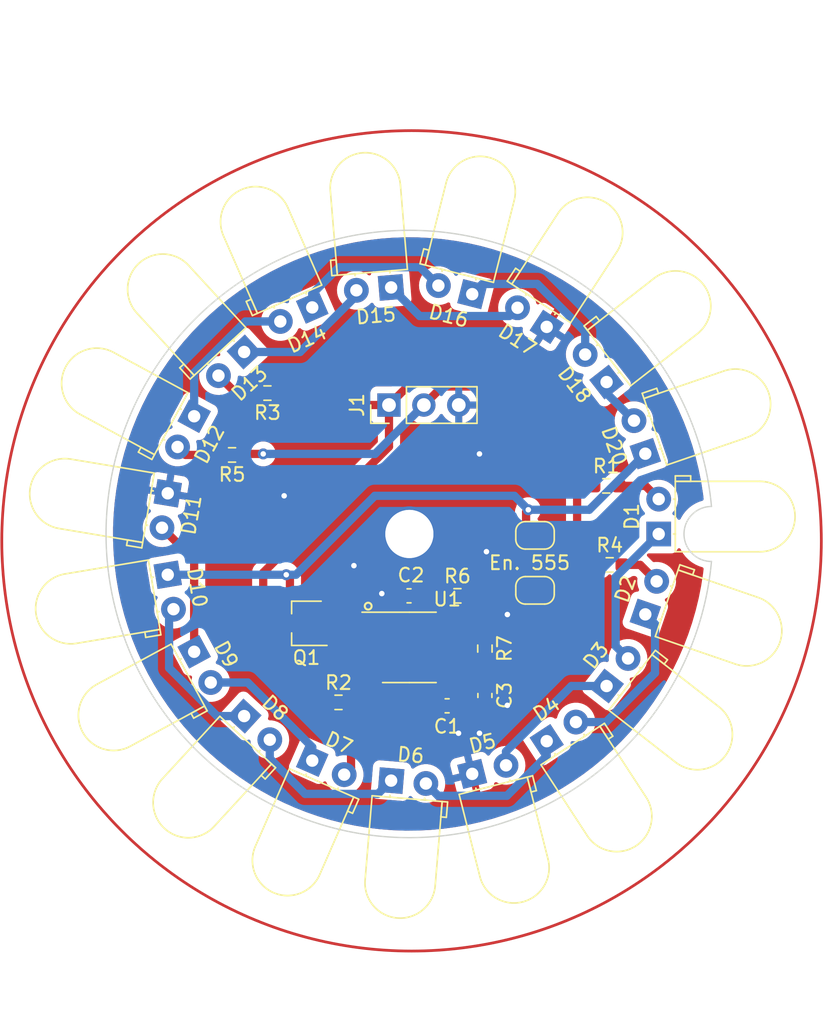
<source format=kicad_pcb>
(kicad_pcb (version 20211014) (generator pcbnew)

  (general
    (thickness 1.6)
  )

  (paper "A4")
  (layers
    (0 "F.Cu" signal)
    (31 "B.Cu" signal)
    (32 "B.Adhes" user "B.Adhesive")
    (33 "F.Adhes" user "F.Adhesive")
    (34 "B.Paste" user)
    (35 "F.Paste" user)
    (36 "B.SilkS" user "B.Silkscreen")
    (37 "F.SilkS" user "F.Silkscreen")
    (38 "B.Mask" user)
    (39 "F.Mask" user)
    (40 "Dwgs.User" user "User.Drawings")
    (41 "Cmts.User" user "User.Comments")
    (42 "Eco1.User" user "User.Eco1")
    (43 "Eco2.User" user "User.Eco2")
    (44 "Edge.Cuts" user)
    (45 "Margin" user)
    (46 "B.CrtYd" user "B.Courtyard")
    (47 "F.CrtYd" user "F.Courtyard")
    (48 "B.Fab" user)
    (49 "F.Fab" user)
    (50 "User.1" user)
    (51 "User.2" user)
    (52 "User.3" user)
    (53 "User.4" user)
    (54 "User.5" user)
    (55 "User.6" user)
    (56 "User.7" user)
    (57 "User.8" user)
    (58 "User.9" user)
  )

  (setup
    (stackup
      (layer "F.SilkS" (type "Top Silk Screen"))
      (layer "F.Paste" (type "Top Solder Paste"))
      (layer "F.Mask" (type "Top Solder Mask") (thickness 0.01))
      (layer "F.Cu" (type "copper") (thickness 0.035))
      (layer "dielectric 1" (type "core") (thickness 1.51) (material "FR4") (epsilon_r 4.5) (loss_tangent 0.02))
      (layer "B.Cu" (type "copper") (thickness 0.035))
      (layer "B.Mask" (type "Bottom Solder Mask") (thickness 0.01))
      (layer "B.Paste" (type "Bottom Solder Paste"))
      (layer "B.SilkS" (type "Bottom Silk Screen"))
      (copper_finish "None")
      (dielectric_constraints no)
    )
    (pad_to_mask_clearance 0)
    (pcbplotparams
      (layerselection 0x00010fc_ffffffff)
      (disableapertmacros false)
      (usegerberextensions false)
      (usegerberattributes true)
      (usegerberadvancedattributes true)
      (creategerberjobfile true)
      (svguseinch false)
      (svgprecision 6)
      (excludeedgelayer true)
      (plotframeref false)
      (viasonmask false)
      (mode 1)
      (useauxorigin false)
      (hpglpennumber 1)
      (hpglpenspeed 20)
      (hpglpendiameter 15.000000)
      (dxfpolygonmode true)
      (dxfimperialunits true)
      (dxfusepcbnewfont true)
      (psnegative false)
      (psa4output false)
      (plotreference true)
      (plotvalue true)
      (plotinvisibletext false)
      (sketchpadsonfab false)
      (subtractmaskfromsilk false)
      (outputformat 1)
      (mirror false)
      (drillshape 1)
      (scaleselection 1)
      (outputdirectory "")
    )
  )

  (net 0 "")
  (net 1 "Net-(D1-Pad1)")
  (net 2 "Net-(D1-Pad2)")
  (net 3 "Net-(D2-Pad1)")
  (net 4 "GND")
  (net 5 "Net-(D4-Pad1)")
  (net 6 "Net-(D2-Pad2)")
  (net 7 "Net-(D3-Pad1)")
  (net 8 "Net-(D7-Pad1)")
  (net 9 "Net-(D7-Pad2)")
  (net 10 "Net-(D6-Pad1)")
  (net 11 "Net-(D12-Pad1)")
  (net 12 "Net-(D12-Pad2)")
  (net 13 "Net-(D13-Pad1)")
  (net 14 "Net-(D13-Pad2)")
  (net 15 "Net-(D16-Pad1)")
  (net 16 "Net-(D14-Pad1)")
  (net 17 "Net-(D15-Pad1)")
  (net 18 "Net-(D18-Pad1)")
  (net 19 "Net-(D10-Pad2)")
  (net 20 "RED-")
  (net 21 "Net-(D11-Pad2)")
  (net 22 "/TRIG")
  (net 23 "Net-(C1-Pad1)")
  (net 24 "RED")
  (net 25 "GREEN")
  (net 26 "Net-(Q1-Pad1)")
  (net 27 "RED-OSZ")
  (net 28 "Net-(R6-Pad2)")

  (footprint "LED_THT:LED_D5.0mm_Horizontal_O1.27mm_Z3.0mm_Clear" (layer "F.Cu") (at 47.402247 77.540835 -99.47368421))

  (footprint "Package_TO_SOT_SMD:SOT-23W" (layer "F.Cu") (at 57.5 87 180))

  (footprint "LED_THT:LED_D5.0mm_Horizontal_O1.27mm_Z3.0mm_Clear" (layer "F.Cu") (at 69.575488 97.952741 14.21052632))

  (footprint "Resistor_SMD:R_0603_1608Metric_Pad0.98x0.95mm_HandSolder" (layer "F.Cu") (at 52.0875 74.75 180))

  (footprint "Resistor_SMD:R_0603_1608Metric_Pad0.98x0.95mm_HandSolder" (layer "F.Cu") (at 79.5875 82.75))

  (footprint "LED_THT:LED_D5.0mm_Horizontal_O1.27mm_Z3.0mm_Clear" (layer "F.Cu") (at 57.926233 96.987456 -23.68421053))

  (footprint "LED_THT:LED_D5.0mm_Horizontal_O1.27mm_Z3.0mm_Clear" (layer "F.Cu") (at 83.15675 80.503537 90))

  (footprint "LED_THT:LED_D5.0mm_Horizontal_O1.27mm_Z3.0mm_Clear" (layer "F.Cu") (at 63.670322 98.442057 -4.736842105))

  (footprint "LED_THT:LED_D5.0mm_Horizontal_O1.27mm_Z3.0mm_Clear" (layer "F.Cu") (at 57.926233 64.019618 -156.3157895))

  (footprint "LED_THT:LED_D5.0mm_Horizontal_O1.27mm_Z3.0mm_Clear" (layer "F.Cu") (at 49.326223 89.07059 -61.57894737))

  (footprint "Resistor_SMD:R_0603_1608Metric_Pad0.98x0.95mm_HandSolder" (layer "F.Cu") (at 79.3375 77))

  (footprint "Capacitor_SMD:C_0603_1608Metric" (layer "F.Cu") (at 67.75 93))

  (footprint "LED_THT:LED_D5.0mm_Horizontal_O1.27mm_Z3.0mm_Clear" (layer "F.Cu") (at 49.326223 71.936484 -118.4210526))

  (footprint "Connector_PinHeader_2.54mm:PinHeader_1x03_P2.54mm_Vertical" (layer "F.Cu") (at 63.515 71.12 90))

  (footprint "Package_SO:SOIC-8_3.9x4.9mm_P1.27mm" (layer "F.Cu") (at 65 88.75))

  (footprint "LED_THT:LED_D5.0mm_Horizontal_O1.27mm_Z3.0mm_Clear" (layer "F.Cu") (at 47.402247 83.466239 -80.52631579))

  (footprint "LED_THT:LED_D5.0mm_Horizontal_O1.27mm_Z3.0mm_Clear" (layer "F.Cu") (at 75.001816 95.572533 33.15789474))

  (footprint "LED_THT:LED_D5.0mm_Horizontal_O1.27mm_Z3.0mm_Clear" (layer "F.Cu") (at 82.18146 74.658947 108.9473684))

  (footprint "Jumper:SolderJumper-2_P1.3mm_Open_RoundedPad1.0x1.5mm" (layer "F.Cu") (at 74.15 80.6))

  (footprint "Capacitor_SMD:C_0603_1608Metric" (layer "F.Cu") (at 70.5 92.25 -90))

  (footprint "LED_THT:LED_D5.0mm_Horizontal_O1.27mm_Z3.0mm_Clear" (layer "F.Cu") (at 63.670322 62.565017 -175.2631579))

  (footprint "LED_THT:LED_D5.0mm_Horizontal_O1.27mm_Z3.0mm_Clear" (layer "F.Cu") (at 82.18146 86.348127 71.05263158))

  (footprint "LED_THT:LED_D5.0mm_Horizontal_O1.27mm_Z3.0mm_Clear" (layer "F.Cu") (at 75.001816 65.434541 146.8421053))

  (footprint "LED_THT:LED_D5.0mm_Horizontal_O1.27mm_Z3.0mm_Clear" (layer "F.Cu") (at 52.965682 67.260507 -137.3684211))

  (footprint "Resistor_SMD:R_0603_1608Metric_Pad0.98x0.95mm_HandSolder" (layer "F.Cu") (at 54.6625 70.25 180))

  (footprint "LED_THT:LED_D5.0mm_Horizontal_O1.27mm_Z3.0mm_Clear" (layer "F.Cu") (at 52.965682 93.746567 -42.63157895))

  (footprint "Resistor_SMD:R_0603_1608Metric_Pad0.98x0.95mm_HandSolder" (layer "F.Cu") (at 59.8375 92.75))

  (footprint "LED_THT:LED_D5.0mm_Horizontal_O1.27mm_Z3.0mm_Clear" (layer "F.Cu") (at 79.361279 91.559365 52.10526316))

  (footprint "Resistor_SMD:R_0603_1608Metric_Pad0.98x0.95mm_HandSolder" (layer "F.Cu") (at 70.5 88.8375 -90))

  (footprint "LED_THT:LED_D5.0mm_Horizontal_O1.27mm_Z3.0mm_Clear" (layer "F.Cu") (at 69.575488 63.054333 165.7894737))

  (footprint "Jumper:SolderJumper-2_P1.3mm_Open_RoundedPad1.0x1.5mm" (layer "F.Cu") (at 74.15 84.6))

  (footprint "LED_THT:LED_D5.0mm_Horizontal_O1.27mm_Z3.0mm_Clear" (layer "F.Cu") (at 79.361279 69.447709 127.8947368))

  (footprint "Resistor_SMD:R_0603_1608Metric_Pad0.98x0.95mm_HandSolder" (layer "F.Cu") (at 68.5 85))

  (footprint "Capacitor_SMD:C_0603_1608Metric" (layer "F.Cu") (at 64.975 85 180))

  (gr_circle (center 65.158754 81) (end 90.658754 96.5) (layer "F.Cu") (width 0.2) (fill none) (tstamp 85380c7a-41ce-4c7b-8e58-2b2f38b038e7))
  (gr_circle (center 62 85.75) (end 61.75 85.75) (layer "F.SilkS") (width 0.15) (fill none) (tstamp 35671dd1-866a-4112-8201-918e6cdcf981))
  (gr_arc (start 86.999999 82.5) (mid 42.909279 80.5) (end 86.999999 78.5) (layer "Edge.Cuts") (width 0.1) (tstamp 0dfe694b-d5bb-4c8c-a93b-0cd8504a5980))
  (gr_arc (start 86.999999 82.5) (mid 85.005673 80.5) (end 87 78.5) (layer "Edge.Cuts") (width 0.1) (tstamp fa21435d-d00b-483a-8008-abf4b6f530bd))
  (gr_text "En. 555" (at 73.75 82.6) (layer "F.SilkS") (tstamp 1fdf5d96-dbe7-4595-af45-937c676b5a27)
    (effects (font (size 1 1) (thickness 0.15)))
  )
  (gr_text "Short 555" (at 74.15 78.6) (layer "Eco2.User") (tstamp 083258f4-dcc3-41d2-b867-fc35ce244491)
    (effects (font (size 1 1) (thickness 0.15)))
  )

  (segment (start 80.021379 83.638908) (end 80.021379 88.654948) (width 0.6) (layer "B.Cu") (net 1) (tstamp 566e7cdc-9b80-4b07-8ff6-18e5d0a8cb91))
  (segment (start 83.15675 80.503537) (end 80.021379 83.638908) (width 0.6) (layer "B.Cu") (net 1) (tstamp cfd39bb5-da19-43df-959c-be89764029fa))
  (segment (start 80.021379 88.654948) (end 80.921379 89.554948) (width 0.6) (layer "B.Cu") (net 1) (tstamp f55f6137-04bf-44f3-85cc-de93496d189f))
  (segment (start 82.193213 77) (end 83.15675 77.963537) (width 0.6) (layer "F.Cu") (net 2) (tstamp 221bdc65-6ed2-411b-8624-bba2ba2c9c37))
  (segment (start 80.25 77) (end 82.193213 77) (width 0.6) (layer "F.Cu") (net 2) (tstamp 43166049-b3ec-497b-ab27-6b6271354200))
  (segment (start 79.316715 94.183285) (end 77.128219 94.183285) (width 0.6) (layer "B.Cu") (net 3) (tstamp 13bba885-44ee-4904-9dd0-888f84580949))
  (segment (start 82.889833 87.0565) (end 82.889833 90.610167) (width 0.6) (layer "B.Cu") (net 3) (tstamp b92c386f-1efd-49b5-8d20-f863b5fbc99c))
  (segment (start 82.18146 86.348127) (end 82.889833 87.0565) (width 0.6) (layer "B.Cu") (net 3) (tstamp d37a5b57-2cf1-496c-9e9e-2b15eca8fb00))
  (segment (start 82.889833 90.610167) (end 79.316715 94.183285) (width 0.6) (layer "B.Cu") (net 3) (tstamp e4ec291b-4dc5-4f0e-b6ec-94b6ca9b3b1e))
  (via (at 70.104 74.676) (size 0.8) (drill 0.4) (layers "F.Cu" "B.Cu") (free) (net 4) (tstamp 0bd8e285-40f4-4f6d-9b64-c838f97a5abe))
  (via (at 68.58 94.996) (size 0.8) (drill 0.4) (layers "F.Cu" "B.Cu") (free) (net 4) (tstamp 2a0b2404-31a0-42b1-a019-6f20b48346bb))
  (via (at 72.136 86.36) (size 0.8) (drill 0.4) (layers "F.Cu" "B.Cu") (free) (net 4) (tstamp 3345ec8a-dc59-4aa7-b892-f44bc31e354c))
  (via (at 65 80.5) (size 4) (drill 3.5) (layers "F.Cu" "B.Cu") (free) (net 4) (tstamp 3ada8dff-23e3-4710-b538-b6a33b9f001c))
  (via (at 60.96 82.804) (size 0.8) (drill 0.4) (layers "F.Cu" "B.Cu") (free) (net 4) (tstamp 44e91370-bf1f-4df0-9e64-0eb8e6c5a972))
  (via (at 70.104 94.996) (size 0.8) (drill 0.4) (layers "F.Cu" "B.Cu") (free) (net 4) (tstamp 6d526162-b450-472e-86a9-57dce2310823))
  (via (at 55.88 77.724) (size 0.8) (drill 0.4) (layers "F.Cu" "B.Cu") (free) (net 4) (tstamp 75e38edc-685e-4ddf-b2dd-521b4a917135))
  (via (at 72.136 92.964) (size 0.8) (drill 0.4) (layers "F.Cu" "B.Cu") (free) (net 4) (tstamp 9dadba3e-ea04-4155-b5da-874ee7a9dbc2))
  (via (at 65 80.5) (size 4) (drill 3.5) (layers "F.Cu" "B.Cu") (free) (net 4) (tstamp c594af4f-2605-4bd2-8ad2-9fee546e35b0))
  (via (at 62.992 84.836) (size 0.8) (drill 0.4) (layers "F.Cu" "B.Cu") (free) (net 4) (tstamp de830eff-6581-4518-b574-02c22d623a0f))
  (via (at 70.612 81.788) (size 0.8) (drill 0.4) (layers "F.Cu" "B.Cu") (free) (net 4) (tstamp f7e12db2-4f87-4551-8013-7c24559bf25b))
  (segment (start 75.001816 95.572533) (end 75.001816 96.647588) (width 0.6) (layer "B.Cu") (net 5) (tstamp 146fefc7-5701-4e76-891a-f9cc36d99c84))
  (segment (start 75.001816 96.647588) (end 72.103746 99.545658) (width 0.6) (layer "B.Cu") (net 5) (tstamp 20a736b6-a856-4dca-98f9-46b7f9b9d47a))
  (segment (start 72.103746 99.545658) (end 67.095496 99.545658) (width 0.6) (layer "B.Cu") (net 5) (tstamp acf53a8f-127e-463d-b584-e67cf8c3ded5))
  (segment (start 67.095496 99.545658) (end 66.201647 98.651809) (width 0.6) (layer "B.Cu") (net 5) (tstamp ecb4000a-83b8-4daf-8c54-f70ed2ee88bc))
  (segment (start 80.5 82.75) (end 81.810446 82.75) (width 0.6) (layer "F.Cu") (net 6) (tstamp d3f3ef57-924c-43e3-870c-c63d8cd444b2))
  (segment (start 81.810446 82.75) (end 83.006197 83.945751) (width 0.6) (layer "F.Cu") (net 6) (tstamp d72816bf-c0a6-430c-a634-add564d9aaf5))
  (segment (start 72.037765 96.323258) (end 72.037765 97.329208) (width 0.6) (layer "B.Cu") (net 7) (tstamp 46a147dc-f701-4565-9230-e2eb07948c2f))
  (segment (start 79.361279 91.559365) (end 76.801658 91.559365) (width 0.6) (layer "B.Cu") (net 7) (tstamp 8555a4a0-3187-4478-ba74-a91c8f72c444))
  (segment (start 76.801658 91.559365) (end 72.037765 96.323258) (width 0.6) (layer "B.Cu") (net 7) (tstamp b6bb00e7-f933-4979-bc97-009b21f90b09))
  (segment (start 57.926233 96.00468) (end 53.226006 91.304453) (width 0.6) (layer "B.Cu") (net 8) (tstamp 4f6f5c88-f168-42b4-b67e-0176f81754e8))
  (segment (start 53.226006 91.304453) (end 50.535129 91.304453) (width 0.6) (layer "B.Cu") (net 8) (tstamp 7f41afcc-4b2f-4fa3-9b1f-967170ea7d2b))
  (segment (start 57.926233 96.987456) (end 57.926233 96.00468) (width 0.6) (layer "B.Cu") (net 8) (tstamp bce9a23c-92f3-469b-938e-48f89655ab24))
  (segment (start 60.75 97.510059) (end 60.252297 98.007762) (width 0.6) (layer "F.Cu") (net 9) (tstamp 33970201-92a7-4cbf-a722-2aa43c4aa307))
  (segment (start 60.75 92.75) (end 60.75 97.510059) (width 0.6) (layer "F.Cu") (net 9) (tstamp 6c3206b4-968c-4494-a380-10242a61cd1e))
  (segment (start 62.705106 99.407273) (end 57.407273 99.407273) (width 0.6) (layer "B.Cu") (net 10) (tstamp 0a6c5fd2-29dc-4bad-9949-d73de127f931))
  (segment (start 57.407273 99.407273) (end 54.834421 96.834421) (width 0.6) (layer "B.Cu") (net 10) (tstamp 3ce703fd-d5a5-4724-b833-0934466fe644))
  (segment (start 63.670322 98.442057) (end 62.705106 99.407273) (width 0.6) (layer "B.Cu") (net 10) (tstamp 470c8880-86e0-493b-b41d-fe4402432b10))
  (segment (start 54.834421 96.834421) (end 54.834421 95.466862) (width 0.6) (layer "B.Cu") (net 10) (tstamp 657389e9-cbba-4946-9300-336058bae766))
  (segment (start 49.326223 68.772313) (end 53.058612 65.039924) (width 0.6) (layer "B.Cu") (net 11) (tstamp cc8a6b51-5d91-4aa9-8e42-9d9bdd57af85))
  (segment (start 49.326223 71.936484) (end 49.326223 68.772313) (width 0.6) (layer "B.Cu") (net 11) (tstamp cd1e3465-49ee-4579-b572-abc06643be68))
  (segment (start 53.058612 65.039924) (end 55.600169 65.039924) (width 0.6) (layer "B.Cu") (net 11) (tstamp d71e53d9-6e57-4eb1-95d0-ab357f007c0f))
  (segment (start 51.175 74.75) (end 48.69697 74.75) (width 0.6) (layer "F.Cu") (net 12) (tstamp a84d27f3-ba14-456a-9e14-933973040943))
  (segment (start 48.69697 74.75) (end 48.117317 74.170347) (width 0.6) (layer "F.Cu") (net 12) (tstamp e22b470d-3944-423a-8c77-c66f25c84bb5))
  (segment (start 57.040164 67.260507) (end 61.138997 63.161674) (width 0.6) (layer "B.Cu") (net 13) (tstamp 26de7d73-cce7-48a9-92eb-144cea485fd8))
  (segment (start 61.138997 63.161674) (end 61.138997 62.774769) (width 0.6) (layer "B.Cu") (net 13) (tstamp 453921ba-7516-4580-a9aa-e10c5a152443))
  (segment (start 52.965682 67.260507) (end 57.040164 67.260507) (width 0.6) (layer "B.Cu") (net 13) (tstamp c63a0129-b3f2-4dd4-9de0-52d75edc0b7d))
  (segment (start 52.366141 70.25) (end 51.096943 68.980802) (width 0.6) (layer "F.Cu") (net 14) (tstamp acaf658b-5317-4061-9b08-387b5b352571))
  (segment (start 53.75 70.25) (end 52.366141 70.25) (width 0.6) (layer "F.Cu") (net 14) (tstamp f5e2c7e6-a050-4bc5-9546-a94a1a7bd43f))
  (segment (start 69.575488 63.054333) (end 70.316298 62.313523) (width 0.6) (layer "B.Cu") (net 15) (tstamp 39d3fff7-5e41-494d-87eb-d5112ac99852))
  (segment (start 77.801179 65.801179) (end 77.801179 67.443292) (width 0.6) (layer "B.Cu") (net 15) (tstamp 9f9d45b7-f65c-448c-b877-175e614d79c0))
  (segment (start 70.316298 62.313523) (end 74.313523 62.313523) (width 0.6) (layer "B.Cu") (net 15) (tstamp b8ad8768-662b-43ed-b3ca-6ce89e928ce0))
  (segment (start 74.313523 62.313523) (end 77.801179 65.801179) (width 0.6) (layer "B.Cu") (net 15) (tstamp eaf00e5a-0ea6-4026-a8ee-d81a968c4e1f))
  (segment (start 57.926233 64.019618) (end 57.926233 63.036842) (width 0.6) (layer "B.Cu") (net 16) (tstamp c5de4cc1-37b6-4891-8fda-ca7d9274d944))
  (segment (start 65.776661 61.09425) (end 67.113211 62.4308) (width 0.6) (layer "B.Cu") (net 16) (tstamp dc98fc0a-bd7a-4d4c-906a-d6f2e358f976))
  (segment (start 59.868825 61.09425) (end 65.776661 61.09425) (width 0.6) (layer "B.Cu") (net 16) (tstamp dcba8bd3-2a00-4c4b-8c24-ad77a6d01af8))
  (segment (start 57.926233 63.036842) (end 59.868825 61.09425) (width 0.6) (layer "B.Cu") (net 16) (tstamp ff9083bd-2893-403a-8a58-1fc1c1ea7f84))
  (segment (start 65.752555 64.64725) (end 72.273456 64.64725) (width 0.6) (layer "B.Cu") (net 17) (tstamp 17349a75-4f4c-46d3-94fd-da365a8d2328))
  (segment (start 63.670322 62.565017) (end 65.752555 64.64725) (width 0.6) (layer "B.Cu") (net 17) (tstamp 940f8943-3da7-4fa2-97a1-361f54cde38e))
  (segment (start 72.273456 64.64725) (end 72.875413 64.045293) (width 0.6) (layer "B.Cu") (net 17) (tstamp a203c23e-1ac3-4e63-90b0-d8f0753d053c))
  (segment (start 79.361279 70.261127) (end 81.356723 72.256571) (width 0.6) (layer "B.Cu") (net 18) (tstamp 48b8ec73-6ed7-48c6-a7b4-b3906c94a5c1))
  (segment (start 79.361279 69.447709) (end 79.361279 70.261127) (width 0.6) (layer "B.Cu") (net 18) (tstamp 547a720c-4b59-44eb-be5c-a68053efc8e1))
  (segment (start 47.5 86.291914) (end 47.820317 85.971597) (width 0.6) (layer "B.Cu") (net 19) (tstamp 75d26b85-1e04-4654-8d93-608c30328cab))
  (segment (start 50.998034 93.746567) (end 47.5 90.248533) (width 0.6) (layer "B.Cu") (net 19) (tstamp afa4518e-0b05-4655-ad8b-90900e18fe98))
  (segment (start 47.5 90.248533) (end 47.5 86.291914) (width 0.6) (layer "B.Cu") (net 19) (tstamp b1544e01-dbc3-42a9-adb7-2df73cca25ce))
  (segment (start 52.965682 93.746567) (end 50.998034 93.746567) (width 0.6) (layer "B.Cu") (net 19) (tstamp e6089b6c-a9b7-4da5-807e-67876d14730c))
  (segment (start 73.5 78.9) (end 73.66 78.74) (width 0.6) (layer "F.Cu") (net 20) (tstamp 4a666565-21df-4153-8822-15962b6b1b24))
  (segment (start 73.5 80.6) (end 73.5 78.9) (width 0.6) (layer "F.Cu") (net 20) (tstamp c786e977-7305-465e-9b63-968e4d27db3f))
  (segment (start 56.3 83.732) (end 56.034239 83.466239) (width 0.6) (layer "F.Cu") (net 20) (tstamp ca68baa9-8d9e-4af0-b1cc-9d9fdf070771))
  (segment (start 56.3 87) (end 56.3 83.732) (width 0.6) (layer "F.Cu") (net 20) (tstamp dc9f4861-a7b9-483a-8efe-d83b46ec529e))
  (via (at 56.034239 83.466239) (size 0.8) (drill 0.4) (layers "F.Cu" "B.Cu") (net 20) (tstamp 872893b7-d640-43de-92d7-86aff9e5a58a))
  (via (at 73.66 78.74) (size 0.8) (drill 0.4) (layers "F.Cu" "B.Cu") (net 20) (tstamp 987f0bd7-7b14-4571-8926-3fb01fef165e))
  (segment (start 47.402247 83.466239) (end 56.034239 83.466239) (width 0.6) (layer "B.Cu") (net 20) (tstamp 2044cc0b-069b-44c3-bcb3-f0a2d86e1eea))
  (segment (start 56.034239 83.466239) (end 56.741761 83.466239) (width 0.6) (layer "B.Cu") (net 20) (tstamp 5441950f-5174-4ed2-872b-3f45af81c714))
  (segment (start 82.18146 74.658947) (end 78.100407 78.74) (width 0.6) (layer "B.Cu") (net 20) (tstamp 6a657b61-f1de-4c00-bf60-618db3beed02))
  (segment (start 56.741761 83.466239) (end 62.484 77.724) (width 0.6) (layer "B.Cu") (net 20) (tstamp 77f225a6-84b5-4731-8d69-b569888ed7e8))
  (segment (start 78.100407 78.74) (end 73.66 78.74) (width 0.6) (layer "B.Cu") (net 20) (tstamp 979e7dc1-d53c-45eb-90c5-e82606942ae8))
  (segment (start 72.644 77.724) (end 73.66 78.74) (width 0.6) (layer "B.Cu") (net 20) (tstamp a4d862a4-6897-4da3-b945-294834e2e176))
  (segment (start 62.484 77.724) (end 72.644 77.724) (width 0.6) (layer "B.Cu") (net 20) (tstamp dff8d45b-e2a4-480d-8b29-8d8f56c99155))
  (segment (start 49.326223 82.388239) (end 49.326223 89.07059) (width 0.6) (layer "F.Cu") (net 21) (tstamp 82c4ef39-0c5b-48cb-b35f-f2b3b9023a61))
  (segment (start 46.984177 80.046193) (end 49.326223 82.388239) (width 0.6) (layer "F.Cu") (net 21) (tstamp 8f64c2e9-8e01-4794-938c-95ab2dd84a7d))
  (segment (start 70.135 89.385) (end 67.475 89.385) (width 0.25) (layer "F.Cu") (net 22) (tstamp 0555e2fb-7f8b-4b2a-a1e7-dcb0e65a503a))
  (segment (start 61.25048 90.133519) (end 61.399479 89.98452) (width 0.2) (layer "F.Cu") (net 22) (tstamp 0ae99593-7650-4a25-9de2-03814e5b18c6))
  (segment (start 67.475 89.385) (end 65.405717 89.385) (width 0.2) (layer "F.Cu") (net 22) (tstamp 45389e14-2451-4ed6-a778-077654028db2))
  (segment (start 65.405717 89.385) (end 63.536197 91.25452) (width 0.2) (layer "F.Cu") (net 22) (tstamp 50d7bb69-65fb-4ba7-9b22-20ec2b538cba))
  (segment (start 61.399479 89.98452) (end 63.536197 89.98452) (width 0.2) (layer "F.Cu") (net 22) (tstamp 5c2ca297-6803-4592-bbf3-594b5c2b8cdb))
  (segment (start 64.008 89.512717) (end 64.008 89.257283) (width 0.2) (layer "F.Cu") (net 22) (tstamp 63a177c8-3aba-4aa1-bc63-35430f130504))
  (segment (start 62.865717 88.115) (end 62.525 88.115) (width 0.2) (layer "F.Cu") (net 22) (tstamp 79b087df-9ef8-477e-8951-477c9c367320))
  (segment (start 61.513803 91.25452) (end 61.25048 90.991197) (width 0.2) (layer "F.Cu") (net 22) (tstamp 81a33a35-3519-4444-bf16-0e00c9ba0141))
  (segment (start 64.008 89.257283) (end 62.865717 88.115) (width 0.2) (layer "F.Cu") (net 22) (tstamp 9c5b5c15-8d2f-4851-92ea-e529e43f5212))
  (segment (start 70.5 91.475) (end 70.5 89.75) (width 0.25) (layer "F.Cu") (net 22) (tstamp b42afc0c-41d1-4ff1-ba88-2b72afb8e11d))
  (segment (start 63.536197 91.25452) (end 61.513803 91.25452) (width 0.2) (layer "F.Cu") (net 22) (tstamp c1d71183-d1b5-4134-a70a-51ef8506ad6b))
  (segment (start 61.25048 90.991197) (end 61.25048 90.133519) (width 0.2) (layer "F.Cu") (net 22) (tstamp f7e5e016-e989-4803-aa41-84ec0d5c0c32))
  (segment (start 63.536197 89.98452) (end 64.008 89.512717) (width 0.2) (layer "F.Cu") (net 22) (tstamp f809d5f5-a6ca-4abd-b9d1-56e4d0380b1e))
  (segment (start 70.5 89.75) (end 70.135 89.385) (width 0.25) (layer "F.Cu") (net 22) (tstamp f8fb7e00-a4a9-4303-aa32-15165703edd0))
  (segment (start 67.475 92.5) (end 66.975 93) (width 0.25) (layer "F.Cu") (net 23) (tstamp a5d755fb-e93a-4cca-9a23-d04dd5a99c2d))
  (segment (start 67.475 90.655) (end 67.475 92.5) (width 0.25) (layer "F.Cu") (net 23) (tstamp deaa8b1f-fc6c-4023-b2dc-32cf0bc4f383))
  (segment (start 67.404511 69.770489) (end 70.786489 69.770489) (width 0.6) (layer "F.Cu") (net 24) (tstamp 0095d990-9d2c-401c-9e75-83af1b5106b2))
  (segment (start 54.356 74.676) (end 53.074 74.676) (width 0.6) (layer "F.Cu") (net 24) (tstamp 3632fdce-08c8-42e5-b9d6-4604f78cc098))
  (segment (start 70.786489 69.770489) (end 77.216 76.2) (width 0.6) (layer "F.Cu") (net 24) (tstamp 3c728d20-a72d-4060-b1e7-55ac6c02cbd2))
  (segment (start 77.216 76.2) (end 77.216 82.184) (width 0.6) (layer "F.Cu") (net 24) (tstamp 3f2cd69f-d41d-40a7-b230-fab5b69bb206))
  (segment (start 76.825 84.6) (end 78.675 82.75) (width 0.6) (layer "F.Cu") (net 24) (tstamp 3f43c3b6-21d3-483b-9fb8-7f6a55b3259a))
  (segment (start 53.074 74.676) (end 53 74.75) (width 0.6) (layer "F.Cu") (net 24) (tstamp 69d46ab6-9da6-43a3-9024-335f528a4cd4))
  (segment (start 74.8 84.6) (end 76.825 84.6) (width 0.6) (layer "F.Cu") (net 24) (tstamp 7283272e-cffb-4729-b907-c28ba260ed7b))
  (segment (start 77.216 82.184) (end 74.8 84.6) (width 0.6) (layer "F.Cu") (net 24) (tstamp 92963609-856c-44e1-908d-43b314020d10))
  (segment (start 66.055 71.12) (end 67.404511 69.770489) (width 0.6) (layer "F.Cu") (net 24) (tstamp a8688fa3-e5ce-4c8b-bff9-98319bf1df50))
  (via (at 54.356 74.676) (size 0.8) (drill 0.4) (layers "F.Cu" "B.Cu") (net 24) (tstamp 585daf34-da4b-48a1-a171-6d12182cd44e))
  (segment (start 54.864 74.676) (end 54.356 74.676) (width 0.6) (layer "B.Cu") (net 24) (tstamp 7d99c491-33ce-40dc-acc4-86f4b22e23c1))
  (segment (start 62.499 74.676) (end 54.864 74.676) (width 0.6) (layer "B.Cu") (net 24) (tstamp 8e3d9bd8-08c5-4406-bc8e-0429c28a2fdb))
  (segment (start 66.055 71.12) (end 62.499 74.676) (width 0.6) (layer "B.Cu") (net 24) (tstamp cdf4e69f-14bf-424d-8e1d-1110bc7998e1))
  (segment (start 66.055 68.58) (end 71.628 68.58) (width 0.6) (layer "F.Cu") (net 25) (tstamp 16aa63f4-0b0c-42d5-bf8e-05de99d31078))
  (segment (start 71.628 68.58) (end 78.425 75.377) (width 0.6) (layer "F.Cu") (net 25) (tstamp 353848c7-1cf1-469c-9bd9-80100786d4b1))
  (segment (start 56.445 71.12) (end 55.575 70.25) (width 0.6) (layer "F.Cu") (net 25) (tstamp 627acdfd-3512-473a-b188-1aec9c8bfe60))
  (segment (start 78.425 75.377) (end 78.425 77) (width 0.6) (layer "F.Cu") (net 25) (tstamp 6ae097af-2c3b-48cf-848c-cea9f4d6c24c))
  (segment (start 63.515 74.153) (end 54.356 83.312) (width 0.6) (layer "F.Cu") (net 25) (tstamp 88969684-872a-4cb5-b065-ad164ba48e40))
  (segment (start 63.515 71.12) (end 63.515 74.153) (width 0.6) (layer "F.Cu") (net 25) (tstamp 99178710-088d-4457-90e3-c13495aa6a8f))
  (segment (start 54.356 88.181) (end 58.925 92.75) (width 0.6) (layer "F.Cu") (net 25) (tstamp af29f1af-4417-4f22-a8c5-39ca9003935d))
  (segment (start 63.515 71.12) (end 56.445 71.12) (width 0.6) (layer "F.Cu") (net 25) (tstamp c3d0a12e-720e-4555-9147-e48f3bcc60b5))
  (segment (start 54.356 83.312) (end 54.356 88.181) (width 0.6) (layer "F.Cu") (net 25) (tstamp cf388eaa-ef8b-41b1-89a2-980ee23eb95b))
  (segment (start 63.515 71.12) (end 66.055 68.58) (width 0.6) (layer "F.Cu") (net 25) (tstamp e41a55b9-e085-4aad-8ecc-1550ec8d802e))
  (segment (start 62.525 89.385) (end 60.135 89.385) (width 0.2) (layer "F.Cu") (net 26) (tstamp b3f5b85a-9365-42dd-a18d-7cc2962e420d))
  (segment (start 60.135 89.385) (end 58.7 87.95) (width 0.2) (layer "F.Cu") (net 26) (tstamp d38cbfe6-a5cb-4649-9b62-d465b849900e))
  (segment (start 62.525 90.655) (end 63.288928 90.655) (width 0.25) (layer "F.Cu") (net 27) (tstamp 1c38a9c1-7b16-4f9e-912e-1fc5ac1bea91))
  (segment (start 66.72452 84.02548) (end 65.75 85) (width 0.6) (layer "F.Cu") (net 27) (tstamp 2243170f-3343-4e3d-be37-79c26148798f))
  (segment (start 62.525 90.655) (end 63.430723 90.655) (width 0.2) (layer "F.Cu") (net 27) (tstamp 2700c106-02eb-4f8e-aedb-87ec1863fa7b))
  (segment (start 65.75 85) (end 67.5875 85) (width 0.2) (layer "F.Cu") (net 27) (tstamp 2a8cc4a2-da46-4012-8c30-a26645552d52))
  (segment (start 73.5 84.6) (end 72.92548 84.02548) (width 0.6) (layer "F.Cu") (net 27) (tstamp 2defb66f-0a5e-4d39-8efd-50c0b022707a))
  (segment (start 72.92548 84.02548) (end 66.72452 84.02548) (width 0.6) (layer "F.Cu") (net 27) (tstamp 404dc116-d11f-42a5-ad69-20cc56a88148))
  (segment (start 67.5875 85) (end 67.5875 86.7325) (width 0.25) (layer "F.Cu") (net 27) (tstamp 4ed42509-4373-4409-8c19-825574729d94))
  (segment (start 66.20048 87.72352) (end 67.079 86.845) (width 0.2) (layer "F.Cu") (net 27) (tstamp 7b0ff180-d961-42fc-a827-eda3473bb531))
  (segment (start 67.5875 86.7325) (end 67.475 86.845) (width 0.25) (layer "F.Cu") (net 27) (tstamp 85cb3c3e-fba3-4520-8e96-68c20b0ec25c))
  (segment (start 67.079 86.845) (end 67.475 86.845) (width 0.2) (layer "F.Cu") (net 27) (tstamp a1d115c3-da84-47ec-9976-d2670da85c32))
  (segment (start 66.20048 87.885243) (end 66.20048 87.72352) (width 0.2) (layer "F.Cu") (net 27) (tstamp b487fa0d-4185-44df-919b-c1553e962248))
  (segment (start 63.430723 90.655) (end 66.20048 87.885243) (width 0.2) (layer "F.Cu") (net 27) (tstamp dc8df503-c5d3-472d-9ab8-3dfe9a79b93e))
  (segment (start 67.098928 86.845) (end 67.475 86.845) (width 0.25) (layer "F.Cu") (net 27) (tstamp e867beed-e58e-40ef-bf93-8b40dc3a7550))
  (segment (start 69.4125 85) (end 70.5 86.0875) (width 0.25) (layer "F.Cu") (net 28) (tstamp 2ce3557d-c5a9-4982-a544-d005c22deb40))
  (segment (start 67.475 88.115) (end 70.31 88.115) (width 0.25) (layer "F.Cu") (net 28) (tstamp 534a496d-b438-48de-a5bd-0e947508983c))
  (segment (start 70.5 86.0875) (end 70.5 87.925) (width 0.25) (layer "F.Cu") (net 28) (tstamp b9447ac8-6284-41db-8410-809927898e6e))
  (segment (start 70.31 88.115) (end 70.5 87.925) (width 0.25) (layer "F.Cu") (net 28) (tstamp cf60c97b-83ad-4734-9c2a-cdd06e355984))

  (zone (net 4) (net_name "GND") (layers F&B.Cu) (tstamp edb5bcda-4070-4f8a-9f4c-eca82862f153) (hatch edge 0.508)
    (connect_pads (clearance 0.508))
    (min_thickness 0.254) (filled_areas_thickness no)
    (fill yes (thermal_gap 0.508) (thermal_bridge_width 0.508))
    (polygon
      (pts
        (xy 95.504 41.656)
        (xy 93.504 116.156)
        (xy 38.504 116.156)
        (xy 37.504 42.156)
      )
    )
    (filled_polygon
      (layer "F.Cu")
      (pts
        (xy 65.16892 58.922852)
        (xy 65.630534 58.926549)
        (xy 65.635908 58.926707)
        (xy 66.550226 58.973082)
        (xy 66.555588 58.973469)
        (xy 67.467089 59.058805)
        (xy 67.47243 59.05942)
        (xy 67.657771 59.084787)
        (xy 68.37948 59.183563)
        (xy 68.384762 59.184401)
        (xy 69.285706 59.347126)
        (xy 69.290959 59.34819)
        (xy 70.184139 59.549199)
        (xy 70.189335 59.550485)
        (xy 70.725605 59.695461)
        (xy 71.073136 59.789413)
        (xy 71.078291 59.790926)
        (xy 71.610242 59.959391)
        (xy 71.951045 60.067321)
        (xy 71.956135 60.069053)
        (xy 72.816325 60.382435)
        (xy 72.821335 60.384382)
        (xy 73.667398 60.73418)
        (xy 73.672288 60.736325)
        (xy 73.96355 60.871569)
        (xy 74.502662 61.121899)
        (xy 74.507488 61.124267)
        (xy 75.320605 61.544883)
        (xy 75.325327 61.547454)
        (xy 76.016951 61.943499)
        (xy 76.119797 62.002392)
        (xy 76.124404 62.005163)
        (xy 76.898749 62.493581)
        (xy 76.903234 62.496545)
        (xy 77.656021 63.017537)
        (xy 77.660375 63.02069)
        (xy 78.390255 63.573322)
        (xy 78.394471 63.576658)
        (xy 78.651415 63.78904)
        (xy 79.09763 64.157868)
        (xy 79.100116 64.159923)
        (xy 79.104177 64.163428)
        (xy 79.304535 64.343964)
        (xy 79.784307 64.776272)
        (xy 79.788223 64.779955)
        (xy 80.441591 65.421253)
        (xy 80.445346 65.4251)
        (xy 81.070744 66.093663)
        (xy 81.074332 66.097666)
        (xy 81.636249 66.752235)
        (xy 81.670658 66.792318)
        (xy 81.674072 66.796471)
        (xy 82.240216 67.515921)
        (xy 82.24345 67.520216)
        (xy 82.778389 68.263161)
        (xy 82.781437 68.26759)
        (xy 83.284213 69.032701)
        (xy 83.287047 69.037221)
        (xy 83.754541 69.819424)
        (xy 83.756723 69.823075)
        (xy 83.759381 69.827747)
        (xy 84.195096 70.632901)
        (xy 84.197554 70.637683)
        (xy 84.48271 71.222974)
        (xy 84.57289 71.408069)
        (xy 84.598535 71.460707)
        (xy 84.600786 71.465589)
        (xy 84.966292 72.304968)
        (xy 84.968332 72.309941)
        (xy 85.297693 73.164128)
        (xy 85.29952 73.169185)
        (xy 85.337209 73.280911)
        (xy 85.584141 74.012918)
        (xy 85.592149 74.036658)
        (xy 85.593756 74.04178)
        (xy 85.619578 74.130683)
        (xy 85.849115 74.92095)
        (xy 85.850504 74.926144)
        (xy 85.893465 75.101695)
        (xy 86.067014 75.810857)
        (xy 86.06812 75.815377)
        (xy 86.069283 75.820609)
        (xy 86.140921 76.178908)
        (xy 86.248781 76.718378)
        (xy 86.249722 76.723671)
        (xy 86.390751 77.628223)
        (xy 86.391466 77.633551)
        (xy 86.426631 77.94622)
        (xy 86.414367 78.016149)
        (xy 86.366244 78.068348)
        (xy 86.339181 78.080511)
        (xy 86.113188 78.151502)
        (xy 86.113182 78.151504)
        (xy 86.109573 78.152638)
        (xy 86.106124 78.154199)
        (xy 86.106121 78.1542)
        (xy 85.867463 78.262208)
        (xy 85.833649 78.277511)
        (xy 85.830404 78.279481)
        (xy 85.578015 78.432695)
        (xy 85.57801 78.432698)
        (xy 85.574754 78.434675)
        (xy 85.571766 78.437024)
        (xy 85.57176 78.437028)
        (xy 85.545849 78.457397)
        (xy 85.33665 78.621848)
        (xy 85.254344 78.704388)
        (xy 85.165131 78.793855)
        (xy 85.122796 78.83631)
        (xy 85.120454 78.839307)
        (xy 85.120452 78.839309)
        (xy 84.945621 79.063018)
        (xy 84.9363 79.074945)
        (xy 84.934342 79.078192)
        (xy 84.934338 79.078197)
        (xy 84.78183 79.331038)
        (xy 84.781827 79.331044)
        (xy 84.779872 79.334285)
        (xy 84.755499 79.388551)
        (xy 84.752177 79.395947)
        (xy 84.70602 79.449892)
        (xy 84.638026 79.47032)
        (xy 84.569781 79.450744)
        (xy 84.522954 79.39738)
        (xy 84.519256 79.388551)
        (xy 84.510518 79.365241)
        (xy 84.510516 79.365238)
        (xy 84.507365 79.356832)
        (xy 84.420011 79.240276)
        (xy 84.303455 79.152922)
        (xy 84.295046 79.14977)
        (xy 84.295045 79.149769)
        (xy 84.236554 79.127842)
        (xy 84.179789 79.085201)
        (xy 84.155089 79.01864)
        (xy 84.170296 78.949291)
        (xy 84.191843 78.92061)
        (xy 84.229386 78.883197)
        (xy 84.22939 78.883192)
        (xy 84.233053 78.879542)
        (xy 84.368208 78.691454)
        (xy 84.375155 78.677399)
        (xy 84.468534 78.488459)
        (xy 84.468535 78.488457)
        (xy 84.470828 78.483817)
        (xy 84.538158 78.262208)
        (xy 84.56839 78.032578)
        (xy 84.56857 78.025221)
        (xy 84.569995 77.966902)
        (xy 84.569995 77.966898)
        (xy 84.570077 77.963537)
        (xy 84.562373 77.869834)
        (xy 84.551523 77.737855)
        (xy 84.551522 77.737849)
        (xy 84.551099 77.732704)
        (xy 84.510979 77.57298)
        (xy 84.495934 77.513081)
        (xy 84.495933 77.513077)
        (xy 84.494675 77.50807)
        (xy 84.40232 77.295668)
        (xy 84.276514 77.101202)
        (xy 84.120637 76.929895)
        (xy 84.116586 76.926696)
        (xy 84.116582 76.926692)
        (xy 83.942927 76.789548)
        (xy 83.942922 76.789545)
        (xy 83.938873 76.786347)
        (xy 83.934357 76.783854)
        (xy 83.934354 76.783852)
        (xy 83.740629 76.67691)
        (xy 83.740625 76.676908)
        (xy 83.736105 76.674413)
        (xy 83.731236 76.672689)
        (xy 83.731232 76.672687)
        (xy 83.522653 76.598825)
        (xy 83.522649 76.598824)
        (xy 83.517778 76.597099)
        (xy 83.512685 76.596192)
        (xy 83.512682 76.596191)
        (xy 83.294845 76.557388)
        (xy 83.294839 76.557387)
        (xy 83.289756 76.556482)
        (xy 83.216846 76.555591)
        (xy 83.063331 76.553716)
        (xy 83.063329 76.553716)
        (xy 83.058161 76.553653)
        (xy 82.975591 76.566288)
        (xy 82.90523 76.55682)
        (xy 82.867438 76.530833)
        (xy 82.771447 76.434842)
        (xy 82.770519 76.433905)
        (xy 82.71237 76.374525)
        (xy 82.712369 76.374524)
        (xy 82.707442 76.369493)
        (xy 82.670992 76.346002)
        (xy 82.660667 76.338583)
        (xy 82.62677 76.311524)
        (xy 82.596575 76.296927)
        (xy 82.583158 76.289398)
        (xy 82.58084 76.287904)
        (xy 82.554975 76.271235)
        (xy 82.548355 76.268825)
        (xy 82.54835 76.268823)
        (xy 82.534468 76.26377)
        (xy 82.477298 76.221675)
        (xy 82.451961 76.155353)
        (xy 82.466503 76.085862)
        (xy 82.516306 76.035264)
        (xy 82.536649 76.026199)
        (xy 83.389252 75.7335)
        (xy 83.532343 75.684377)
        (xy 83.532347 75.684375)
        (xy 83.535561 75.683272)
        (xy 83.59218 75.656693)
        (xy 83.704577 75.564047)
        (xy 83.786454 75.443581)
        (xy 83.823767 75.328077)
        (xy 83.828469 75.31352)
        (xy 83.831229 75.304976)
        (xy 83.835304 75.159375)
        (xy 83.824384 75.111107)
        (xy 83.822255 75.101695)
        (xy 83.822252 75.101686)
        (xy 83.821502 75.098369)
        (xy 83.812593 75.072416)
        (xy 83.20689 73.308064)
        (xy 83.206888 73.30806)
        (xy 83.205785 73.304846)
        (xy 83.179206 73.248227)
        (xy 83.08656 73.13583)
        (xy 82.966094 73.053953)
        (xy 82.95755 73.051193)
        (xy 82.957548 73.051192)
        (xy 82.836033 73.011938)
        (xy 82.827489 73.009178)
        (xy 82.756235 73.007184)
        (xy 82.688702 72.985284)
        (xy 82.643728 72.930349)
        (xy 82.635594 72.85982)
        (xy 82.646803 72.825407)
        (xy 82.648566 72.821841)
        (xy 82.670801 72.776851)
        (xy 82.738131 72.555242)
        (xy 82.768363 72.325612)
        (xy 82.768746 72.309941)
        (xy 82.769968 72.259936)
        (xy 82.769968 72.259932)
        (xy 82.77005 72.256571)
        (xy 82.756951 72.09724)
        (xy 82.751496 72.030889)
        (xy 82.751495 72.030883)
        (xy 82.751072 72.025738)
        (xy 82.705661 71.844948)
        (xy 82.695907 71.806115)
        (xy 82.695906 71.806111)
        (xy 82.694648 71.801104)
        (xy 82.686092 71.781426)
        (xy 82.604353 71.593439)
        (xy 82.604351 71.593436)
        (xy 82.602293 71.588702)
        (xy 82.476487 71.394236)
        (xy 82.470402 71.387548)
        (xy 82.414154 71.325733)
        (xy 82.32061 71.222929)
        (xy 82.316559 71.21973)
        (xy 82.316555 71.219726)
        (xy 82.1429 71.082582)
        (xy 82.142895 71.082579)
        (xy 82.138846 71.079381)
        (xy 82.13433 71.076888)
        (xy 82.134327 71.076886)
        (xy 81.940602 70.969944)
        (xy 81.940598 70.969942)
        (xy 81.936078 70.967447)
        (xy 81.931209 70.965723)
        (xy 81.931205 70.965721)
        (xy 81.722626 70.891859)
        (xy 81.722622 70.891858)
        (xy 81.717751 70.890133)
        (xy 81.712658 70.889226)
        (xy 81.712655 70.889225)
        (xy 81.494818 70.850422)
        (xy 81.494812 70.850421)
        (xy 81.489729 70.849516)
        (xy 81.416819 70.848625)
        (xy 81.263304 70.84675)
        (xy 81.263302 70.84675)
        (xy 81.258134 70.846687)
        (xy 81.029187 70.881721)
        (xy 80.809037 70.953677)
        (xy 80.804449 70.956065)
        (xy 80.804445 70.956067)
        (xy 80.641669 71.040803)
        (xy 80.603595 71.060623)
        (xy 80.599462 71.063726)
        (xy 80.599459 71.063728)
        (xy 80.422513 71.196583)
        (xy 80.418378 71.199688)
        (xy 80.258362 71.367135)
        (xy 80.255448 71.371407)
        (xy 80.255447 71.371408)
        (xy 80.241426 71.391962)
        (xy 80.127842 71.55847)
        (xy 80.030325 71.768552)
        (xy 79.96843 71.99174)
        (xy 79.943818 72.22204)
        (xy 79.944115 72.227193)
        (xy 79.944115 72.227196)
        (xy 79.955784 72.429579)
        (xy 79.95715 72.453268)
        (xy 79.958287 72.458314)
        (xy 79.958288 72.45832)
        (xy 79.981571 72.561634)
        (xy 80.008069 72.679213)
        (xy 80.010011 72.683995)
        (xy 80.010012 72.683999)
        (xy 80.055287 72.795497)
        (xy 80.095207 72.893808)
        (xy 80.216224 73.09129)
        (xy 80.36787 73.266355)
        (xy 80.546072 73.414301)
        (xy 80.696867 73.502418)
        (xy 80.74559 73.554055)
        (xy 80.758661 73.623838)
        (xy 80.73193 73.68961)
        (xy 80.713439 73.708432)
        (xy 80.705617 73.71488)
        (xy 80.658343 73.753847)
        (xy 80.576466 73.874313)
        (xy 80.573706 73.882857)
        (xy 80.573705 73.882859)
        (xy 80.555403 73.939514)
        (xy 80.531691 74.012918)
        (xy 80.527616 74.158519)
        (xy 80.534866 74.190566)
        (xy 80.540665 74.216199)
        (xy 80.540668 74.216208)
        (xy 80.541418 74.219525)
        (xy 80.542523 74.222743)
        (xy 80.542525 74.222751)
        (xy 81.151471 75.996549)
        (xy 81.157135 76.013048)
        (xy 81.158579 76.016125)
        (xy 81.159423 76.018208)
        (xy 81.166451 76.088856)
        (xy 81.134169 76.152088)
        (xy 81.072825 76.18783)
        (xy 81.042635 76.1915)
        (xy 81.031114 76.1915)
        (xy 80.964998 76.17276)
        (xy 80.96057 76.17003)
        (xy 80.859944 76.108003)
        (xy 80.82365 76.085631)
        (xy 80.823648 76.08563)
        (xy 80.81742 76.081791)
        (xy 80.652309 76.027026)
        (xy 80.645473 76.026326)
        (xy 80.64547 76.026325)
        (xy 80.593974 76.021049)
        (xy 80.549572 76.0165)
        (xy 79.950428 76.0165)
        (xy 79.947182 76.016837)
        (xy 79.947178 76.016837)
        (xy 79.853265 76.026581)
        (xy 79.853261 76.026
... [281226 chars truncated]
</source>
